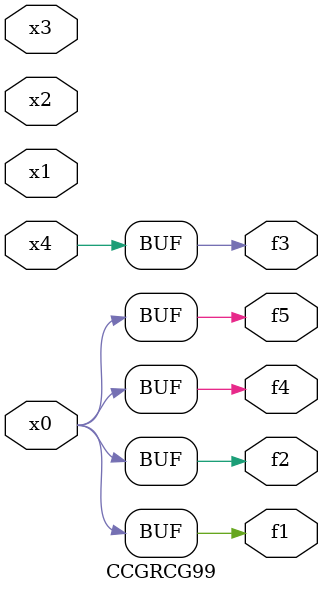
<source format=v>
module CCGRCG99(
	input x0, x1, x2, x3, x4,
	output f1, f2, f3, f4, f5
);
	assign f1 = x0;
	assign f2 = x0;
	assign f3 = x4;
	assign f4 = x0;
	assign f5 = x0;
endmodule

</source>
